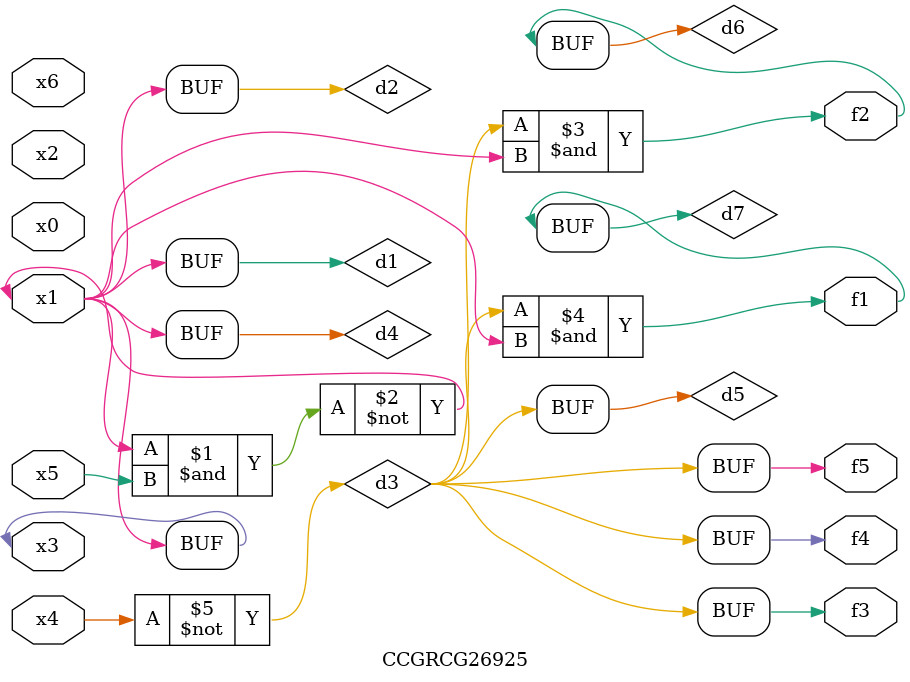
<source format=v>
module CCGRCG26925(
	input x0, x1, x2, x3, x4, x5, x6,
	output f1, f2, f3, f4, f5
);

	wire d1, d2, d3, d4, d5, d6, d7;

	buf (d1, x1, x3);
	nand (d2, x1, x5);
	not (d3, x4);
	buf (d4, d1, d2);
	buf (d5, d3);
	and (d6, d3, d4);
	and (d7, d3, d4);
	assign f1 = d7;
	assign f2 = d6;
	assign f3 = d5;
	assign f4 = d5;
	assign f5 = d5;
endmodule

</source>
